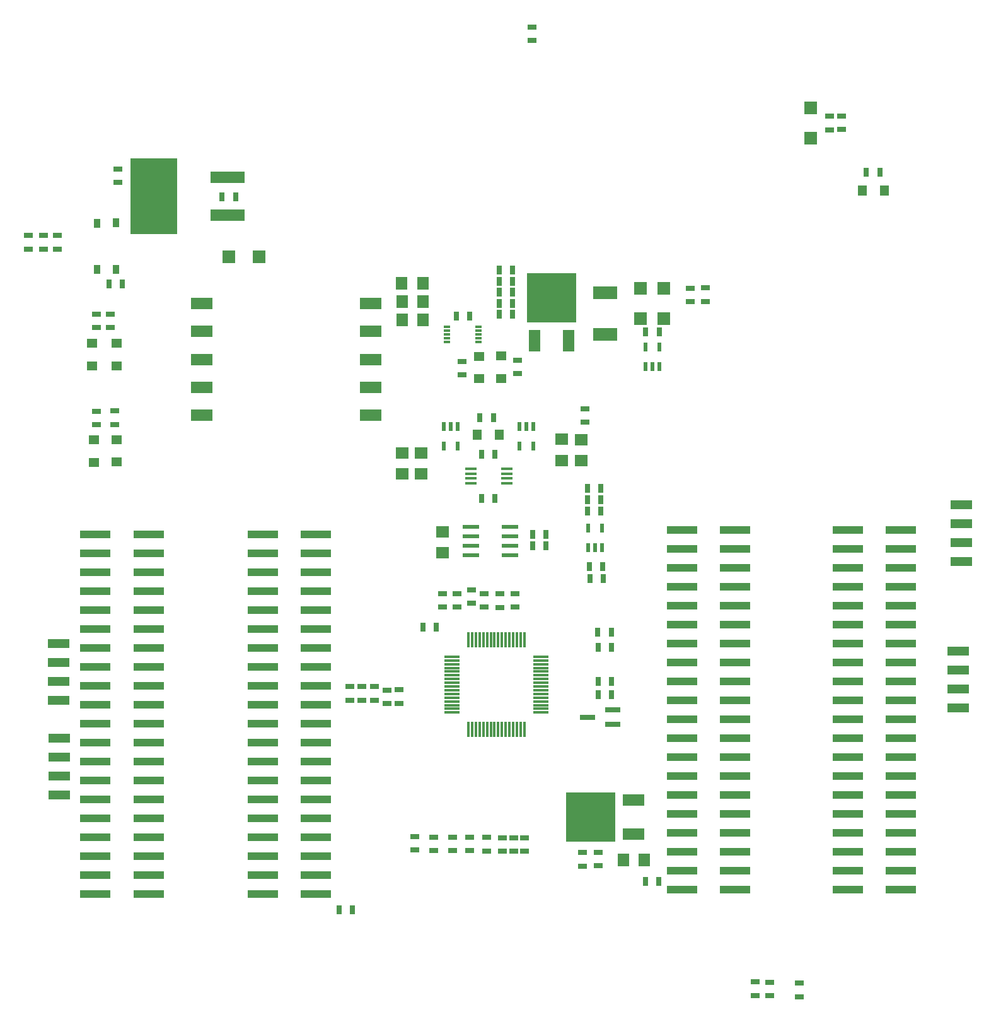
<source format=gtp>
G75*
%MOIN*%
%OFA0B0*%
%FSLAX25Y25*%
%IPPOS*%
%LPD*%
%AMOC8*
5,1,8,0,0,1.08239X$1,22.5*
%
%ADD10R,0.26378X0.26378*%
%ADD11R,0.11811X0.06299*%
%ADD12R,0.05906X0.01772*%
%ADD13R,0.06693X0.07087*%
%ADD14R,0.04724X0.03150*%
%ADD15R,0.06299X0.07087*%
%ADD16R,0.03150X0.04724*%
%ADD17R,0.07087X0.06299*%
%ADD18R,0.02165X0.04724*%
%ADD19R,0.05512X0.04724*%
%ADD20R,0.07087X0.06693*%
%ADD21R,0.03819X0.01220*%
%ADD22R,0.04724X0.05512*%
%ADD23R,0.11811X0.04921*%
%ADD24R,0.16300X0.03900*%
%ADD25R,0.12598X0.07087*%
%ADD26R,0.06299X0.11811*%
%ADD27R,0.07874X0.02756*%
%ADD28R,0.25000X0.40000*%
%ADD29R,0.18000X0.06000*%
%ADD30R,0.11496X0.05984*%
%ADD31R,0.03500X0.04500*%
%ADD32R,0.01181X0.07874*%
%ADD33R,0.07874X0.01181*%
%ADD34R,0.08661X0.02362*%
D10*
X0780993Y0413397D03*
X0801694Y0139064D03*
D11*
X0824332Y0148119D03*
X0824332Y0130009D03*
D12*
X0757267Y0315479D03*
X0757267Y0318038D03*
X0757267Y0320597D03*
X0757267Y0323156D03*
X0738369Y0323156D03*
X0738369Y0320597D03*
X0738369Y0318038D03*
X0738369Y0315479D03*
D13*
X0828214Y0402379D03*
X0840428Y0402399D03*
X0840428Y0418541D03*
X0828214Y0418521D03*
X0918000Y0497690D03*
X0918000Y0513832D03*
D14*
X0928116Y0509373D03*
X0934540Y0509447D03*
X0934540Y0502361D03*
X0928116Y0502287D03*
X0862440Y0418645D03*
X0862440Y0411558D03*
X0854281Y0411430D03*
X0854281Y0418516D03*
X0798647Y0354876D03*
X0798647Y0347789D03*
X0763184Y0373313D03*
X0763184Y0380400D03*
X0733852Y0379761D03*
X0733852Y0372674D03*
X0738595Y0259128D03*
X0738595Y0252041D03*
X0745539Y0250051D03*
X0745539Y0257138D03*
X0753730Y0256999D03*
X0753730Y0249912D03*
X0761723Y0250078D03*
X0761723Y0257164D03*
X0731177Y0257114D03*
X0731177Y0250027D03*
X0723309Y0250131D03*
X0723309Y0257217D03*
X0687529Y0207984D03*
X0680833Y0207984D03*
X0674361Y0207984D03*
X0674361Y0200897D03*
X0680833Y0200897D03*
X0687529Y0200897D03*
X0694149Y0199153D03*
X0700560Y0199211D03*
X0700560Y0206298D03*
X0694149Y0206240D03*
X0708690Y0128745D03*
X0708690Y0121658D03*
X0718838Y0121502D03*
X0718838Y0128589D03*
X0728791Y0128549D03*
X0728791Y0121463D03*
X0737798Y0121310D03*
X0737798Y0128396D03*
X0746705Y0128342D03*
X0746705Y0121255D03*
X0754941Y0121034D03*
X0761043Y0121106D03*
X0766764Y0121163D03*
X0766764Y0128250D03*
X0761043Y0128192D03*
X0754941Y0128121D03*
X0797362Y0120356D03*
X0805673Y0120403D03*
X0805673Y0113316D03*
X0797362Y0113269D03*
X0888594Y0051974D03*
X0888594Y0044888D03*
X0896533Y0044657D03*
X0896533Y0051743D03*
X0911982Y0051347D03*
X0911982Y0044260D03*
X0550179Y0346589D03*
X0540425Y0346476D03*
X0540425Y0353563D03*
X0550179Y0353676D03*
X0547901Y0397868D03*
X0547901Y0404955D03*
X0540246Y0404837D03*
X0540246Y0397750D03*
X0519765Y0439226D03*
X0519765Y0446312D03*
X0512565Y0446312D03*
X0512565Y0439226D03*
X0504309Y0439226D03*
X0504309Y0446312D03*
X0551693Y0474455D03*
X0551693Y0481541D03*
X0770757Y0549461D03*
X0770757Y0556548D03*
D15*
X0712911Y0421181D03*
X0701887Y0421181D03*
X0701925Y0411509D03*
X0701962Y0401634D03*
X0712986Y0401634D03*
X0712949Y0411509D03*
X0819048Y0116509D03*
X0830072Y0116509D03*
D16*
X0830590Y0105200D03*
X0837677Y0105200D03*
X0812721Y0203784D03*
X0812680Y0210704D03*
X0805593Y0210704D03*
X0805634Y0203784D03*
X0805694Y0228669D03*
X0812780Y0228669D03*
X0812636Y0236679D03*
X0805549Y0236679D03*
X0808442Y0265104D03*
X0808012Y0271568D03*
X0800926Y0271568D03*
X0801355Y0265104D03*
X0777994Y0282484D03*
X0777994Y0288507D03*
X0770907Y0288507D03*
X0770907Y0282484D03*
X0799966Y0300864D03*
X0799931Y0306743D03*
X0799919Y0312881D03*
X0807006Y0312881D03*
X0807018Y0306743D03*
X0807052Y0300864D03*
X0751026Y0307337D03*
X0743939Y0307337D03*
X0743913Y0330774D03*
X0751000Y0330774D03*
X0750315Y0350152D03*
X0743228Y0350152D03*
X0737693Y0403736D03*
X0730606Y0403736D03*
X0753477Y0404945D03*
X0753477Y0410614D03*
X0753440Y0416473D03*
X0753388Y0422232D03*
X0753372Y0427965D03*
X0760458Y0427965D03*
X0760475Y0422232D03*
X0760527Y0416473D03*
X0760563Y0410614D03*
X0760563Y0404945D03*
X0830816Y0395405D03*
X0837903Y0395405D03*
X0947531Y0479789D03*
X0954618Y0479789D03*
X0613903Y0466837D03*
X0606816Y0466837D03*
X0554161Y0420818D03*
X0547075Y0420818D03*
X0712905Y0239557D03*
X0719991Y0239557D03*
X0675677Y0090000D03*
X0668590Y0090000D03*
D17*
X0723410Y0278752D03*
X0723410Y0289775D03*
X0711961Y0320350D03*
X0701951Y0320455D03*
X0701951Y0331478D03*
X0711961Y0331374D03*
X0786437Y0327622D03*
X0796644Y0327457D03*
X0796644Y0338481D03*
X0786437Y0338645D03*
D18*
X0771513Y0335226D03*
X0764032Y0335226D03*
X0764032Y0345463D03*
X0767773Y0345463D03*
X0771513Y0345463D03*
X0731537Y0345309D03*
X0727796Y0345309D03*
X0724056Y0345309D03*
X0724056Y0335072D03*
X0731537Y0335072D03*
X0800349Y0291855D03*
X0807829Y0291855D03*
X0807829Y0281618D03*
X0804089Y0281618D03*
X0800349Y0281618D03*
X0830630Y0377124D03*
X0834370Y0377124D03*
X0838110Y0377124D03*
X0838110Y0387361D03*
X0830630Y0387361D03*
D19*
X0754388Y0382715D03*
X0742800Y0382519D03*
X0742800Y0370708D03*
X0754388Y0370904D03*
X0550924Y0377602D03*
X0538108Y0377545D03*
X0538108Y0389356D03*
X0550924Y0389413D03*
X0551139Y0338472D03*
X0539070Y0338305D03*
X0539070Y0326494D03*
X0551139Y0326661D03*
D20*
X0610288Y0435038D03*
X0626430Y0435038D03*
D21*
X0725642Y0398022D03*
X0725642Y0396053D03*
X0725642Y0394085D03*
X0725642Y0392116D03*
X0725642Y0390148D03*
X0742453Y0390148D03*
X0742453Y0392116D03*
X0742453Y0394085D03*
X0742453Y0396053D03*
X0742453Y0398022D03*
D22*
X0741628Y0341160D03*
X0753440Y0341160D03*
X0945298Y0470129D03*
X0957109Y0470129D03*
D23*
X0520768Y0150693D03*
X0520768Y0160693D03*
X0520768Y0170693D03*
X0520768Y0180693D03*
X0520565Y0200847D03*
X0520565Y0210847D03*
X0520565Y0220847D03*
X0520565Y0230847D03*
X0996142Y0226858D03*
X0996142Y0216858D03*
X0996142Y0206858D03*
X0996142Y0196858D03*
X0997729Y0274008D03*
X0997729Y0284008D03*
X0997729Y0294008D03*
X0997729Y0304008D03*
D24*
X0965747Y0290635D03*
X0965747Y0280635D03*
X0965747Y0270635D03*
X0965747Y0260635D03*
X0965747Y0250635D03*
X0965747Y0240635D03*
X0965747Y0230635D03*
X0965747Y0220635D03*
X0965747Y0210635D03*
X0965747Y0200635D03*
X0965747Y0190635D03*
X0965747Y0180635D03*
X0965747Y0170635D03*
X0965747Y0160635D03*
X0965747Y0150635D03*
X0965747Y0140635D03*
X0965747Y0130635D03*
X0965747Y0120635D03*
X0965747Y0110635D03*
X0965747Y0100635D03*
X0937647Y0100635D03*
X0937647Y0110635D03*
X0937647Y0120635D03*
X0937647Y0130635D03*
X0937647Y0140635D03*
X0937647Y0150635D03*
X0937647Y0160635D03*
X0937647Y0170635D03*
X0937647Y0180635D03*
X0937647Y0190635D03*
X0937647Y0200635D03*
X0937647Y0210635D03*
X0937647Y0220635D03*
X0937647Y0230635D03*
X0937647Y0240635D03*
X0937647Y0250635D03*
X0937647Y0260635D03*
X0937647Y0270635D03*
X0937647Y0280635D03*
X0937647Y0290635D03*
X0878053Y0290771D03*
X0878053Y0280771D03*
X0878053Y0270771D03*
X0878053Y0260771D03*
X0878053Y0250771D03*
X0878053Y0240771D03*
X0878053Y0230771D03*
X0878053Y0220771D03*
X0878053Y0210771D03*
X0878053Y0200771D03*
X0878053Y0190771D03*
X0878053Y0180771D03*
X0878053Y0170771D03*
X0878053Y0160771D03*
X0878053Y0150771D03*
X0878053Y0140771D03*
X0878053Y0130771D03*
X0878053Y0120771D03*
X0878053Y0110771D03*
X0878053Y0100771D03*
X0849953Y0100771D03*
X0849953Y0110771D03*
X0849953Y0120771D03*
X0849953Y0130771D03*
X0849953Y0140771D03*
X0849953Y0150771D03*
X0849953Y0160771D03*
X0849953Y0170771D03*
X0849953Y0180771D03*
X0849953Y0190771D03*
X0849953Y0200771D03*
X0849953Y0210771D03*
X0849953Y0220771D03*
X0849953Y0230771D03*
X0849953Y0240771D03*
X0849953Y0250771D03*
X0849953Y0260771D03*
X0849953Y0270771D03*
X0849953Y0280771D03*
X0849953Y0290771D03*
X0656404Y0288365D03*
X0656404Y0278365D03*
X0656404Y0268365D03*
X0656404Y0258365D03*
X0656404Y0248365D03*
X0656404Y0238365D03*
X0656404Y0228365D03*
X0656404Y0218365D03*
X0656404Y0208365D03*
X0656404Y0198365D03*
X0656404Y0188365D03*
X0656404Y0178365D03*
X0656404Y0168365D03*
X0656404Y0158365D03*
X0656404Y0148365D03*
X0656404Y0138365D03*
X0656404Y0128365D03*
X0656404Y0118365D03*
X0656404Y0108365D03*
X0656404Y0098365D03*
X0628304Y0098365D03*
X0628304Y0108365D03*
X0628304Y0118365D03*
X0628304Y0128365D03*
X0628304Y0138365D03*
X0628304Y0148365D03*
X0628304Y0158365D03*
X0628304Y0168365D03*
X0628304Y0178365D03*
X0628304Y0188365D03*
X0628304Y0198365D03*
X0628304Y0208365D03*
X0628304Y0218365D03*
X0628304Y0228365D03*
X0628304Y0238365D03*
X0628304Y0248365D03*
X0628304Y0258365D03*
X0628304Y0268365D03*
X0628304Y0278365D03*
X0628304Y0288365D03*
X0567982Y0288441D03*
X0567982Y0278441D03*
X0567982Y0268441D03*
X0567982Y0258441D03*
X0567982Y0248441D03*
X0567982Y0238441D03*
X0567982Y0228441D03*
X0567982Y0218441D03*
X0567982Y0208441D03*
X0567982Y0198441D03*
X0567982Y0188441D03*
X0567982Y0178441D03*
X0567982Y0168441D03*
X0567982Y0158441D03*
X0567982Y0148441D03*
X0567982Y0138441D03*
X0567982Y0128441D03*
X0567982Y0118441D03*
X0567982Y0108441D03*
X0567982Y0098441D03*
X0539882Y0098441D03*
X0539882Y0108441D03*
X0539882Y0118441D03*
X0539882Y0128441D03*
X0539882Y0138441D03*
X0539882Y0148441D03*
X0539882Y0158441D03*
X0539882Y0168441D03*
X0539882Y0178441D03*
X0539882Y0188441D03*
X0539882Y0198441D03*
X0539882Y0208441D03*
X0539882Y0218441D03*
X0539882Y0228441D03*
X0539882Y0238441D03*
X0539882Y0248441D03*
X0539882Y0258441D03*
X0539882Y0268441D03*
X0539882Y0278441D03*
X0539882Y0288441D03*
D25*
X0809296Y0393967D03*
X0809296Y0416014D03*
D26*
X0790048Y0390759D03*
X0771938Y0390759D03*
D27*
X0813438Y0195643D03*
X0813438Y0188163D03*
X0800053Y0191903D03*
D28*
X0570680Y0467190D03*
D29*
X0609680Y0477190D03*
X0609680Y0457190D03*
D30*
X0596016Y0410461D03*
X0596016Y0395698D03*
X0596016Y0380934D03*
X0596016Y0366170D03*
X0596016Y0351406D03*
X0685268Y0351406D03*
X0685268Y0366170D03*
X0685268Y0380934D03*
X0685268Y0395698D03*
X0685268Y0410461D03*
D31*
X0550876Y0428429D03*
X0540876Y0428429D03*
X0540876Y0452929D03*
X0550876Y0453029D03*
D32*
X0737096Y0232719D03*
X0739065Y0232719D03*
X0741033Y0232719D03*
X0743002Y0232719D03*
X0744970Y0232719D03*
X0746939Y0232719D03*
X0748907Y0232719D03*
X0750876Y0232719D03*
X0752844Y0232719D03*
X0754813Y0232719D03*
X0756781Y0232719D03*
X0758750Y0232719D03*
X0760718Y0232719D03*
X0762687Y0232719D03*
X0764655Y0232719D03*
X0766624Y0232719D03*
X0766624Y0185475D03*
X0764655Y0185475D03*
X0762687Y0185475D03*
X0760718Y0185475D03*
X0758750Y0185475D03*
X0756781Y0185475D03*
X0754813Y0185475D03*
X0752844Y0185475D03*
X0750876Y0185475D03*
X0748907Y0185475D03*
X0746939Y0185475D03*
X0744970Y0185475D03*
X0743002Y0185475D03*
X0741033Y0185475D03*
X0739065Y0185475D03*
X0737096Y0185475D03*
D33*
X0728238Y0194333D03*
X0728238Y0196301D03*
X0728238Y0198270D03*
X0728238Y0200238D03*
X0728238Y0202207D03*
X0728238Y0204175D03*
X0728238Y0206144D03*
X0728238Y0208112D03*
X0728238Y0210081D03*
X0728238Y0212049D03*
X0728238Y0214018D03*
X0728238Y0215986D03*
X0728238Y0217955D03*
X0728238Y0219923D03*
X0728238Y0221892D03*
X0728238Y0223860D03*
X0775482Y0223860D03*
X0775482Y0221892D03*
X0775482Y0219923D03*
X0775482Y0217955D03*
X0775482Y0215986D03*
X0775482Y0214018D03*
X0775482Y0212049D03*
X0775482Y0210081D03*
X0775482Y0208112D03*
X0775482Y0206144D03*
X0775482Y0204175D03*
X0775482Y0202207D03*
X0775482Y0200238D03*
X0775482Y0198270D03*
X0775482Y0196301D03*
X0775482Y0194333D03*
D34*
X0758955Y0277361D03*
X0758955Y0282361D03*
X0758955Y0287361D03*
X0758955Y0292361D03*
X0738482Y0292361D03*
X0738482Y0287361D03*
X0738482Y0282361D03*
X0738482Y0277361D03*
M02*

</source>
